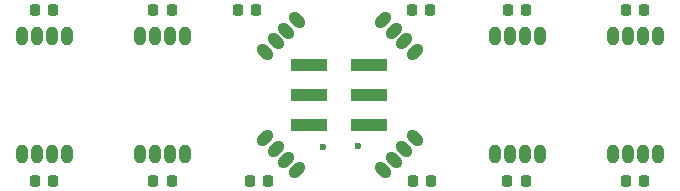
<source format=gbr>
G04 #@! TF.GenerationSoftware,KiCad,Pcbnew,8.0.6*
G04 #@! TF.CreationDate,2025-06-14T18:55:48+01:00*
G04 #@! TF.ProjectId,led-matrix,6c65642d-6d61-4747-9269-782e6b696361,rev?*
G04 #@! TF.SameCoordinates,Original*
G04 #@! TF.FileFunction,Soldermask,Bot*
G04 #@! TF.FilePolarity,Negative*
%FSLAX46Y46*%
G04 Gerber Fmt 4.6, Leading zero omitted, Abs format (unit mm)*
G04 Created by KiCad (PCBNEW 8.0.6) date 2025-06-14 18:55:48*
%MOMM*%
%LPD*%
G01*
G04 APERTURE LIST*
G04 Aperture macros list*
%AMRoundRect*
0 Rectangle with rounded corners*
0 $1 Rounding radius*
0 $2 $3 $4 $5 $6 $7 $8 $9 X,Y pos of 4 corners*
0 Add a 4 corners polygon primitive as box body*
4,1,4,$2,$3,$4,$5,$6,$7,$8,$9,$2,$3,0*
0 Add four circle primitives for the rounded corners*
1,1,$1+$1,$2,$3*
1,1,$1+$1,$4,$5*
1,1,$1+$1,$6,$7*
1,1,$1+$1,$8,$9*
0 Add four rect primitives between the rounded corners*
20,1,$1+$1,$2,$3,$4,$5,0*
20,1,$1+$1,$4,$5,$6,$7,0*
20,1,$1+$1,$6,$7,$8,$9,0*
20,1,$1+$1,$8,$9,$2,$3,0*%
%AMHorizOval*
0 Thick line with rounded ends*
0 $1 width*
0 $2 $3 position (X,Y) of the first rounded end (center of the circle)*
0 $4 $5 position (X,Y) of the second rounded end (center of the circle)*
0 Add line between two ends*
20,1,$1,$2,$3,$4,$5,0*
0 Add two circle primitives to create the rounded ends*
1,1,$1,$2,$3*
1,1,$1,$4,$5*%
G04 Aperture macros list end*
%ADD10O,1.000000X1.600000*%
%ADD11HorizOval,1.000000X0.212132X0.212132X-0.212132X-0.212132X0*%
%ADD12HorizOval,1.000000X-0.212132X0.212132X0.212132X-0.212132X0*%
%ADD13RoundRect,0.225000X-0.225000X-0.250000X0.225000X-0.250000X0.225000X0.250000X-0.225000X0.250000X0*%
%ADD14R,3.150000X1.000000*%
%ADD15RoundRect,0.225000X0.225000X0.250000X-0.225000X0.250000X-0.225000X-0.250000X0.225000X-0.250000X0*%
%ADD16C,0.600000*%
G04 APERTURE END LIST*
D10*
X90310000Y-58500000D03*
X89040000Y-58500000D03*
X87770000Y-58500000D03*
X86500000Y-58500000D03*
D11*
X99752038Y-69847038D03*
X98854013Y-68949013D03*
X97955987Y-68050987D03*
X97057962Y-67152962D03*
D10*
X120310000Y-58500000D03*
X119040000Y-58500000D03*
X117770000Y-58500000D03*
X116500000Y-58500000D03*
X120310000Y-68500000D03*
X119040000Y-68500000D03*
X117770000Y-68500000D03*
X116500000Y-68500000D03*
D12*
X109752038Y-67152962D03*
X108854013Y-68050987D03*
X107955987Y-68949013D03*
X107057962Y-69847038D03*
D10*
X80310000Y-58500000D03*
X79040000Y-58500000D03*
X77770000Y-58500000D03*
X76500000Y-58500000D03*
X130310000Y-58500000D03*
X129040000Y-58500000D03*
X127770000Y-58500000D03*
X126500000Y-58500000D03*
X130310000Y-68500000D03*
X129040000Y-68500000D03*
X127770000Y-68500000D03*
X126500000Y-68500000D03*
X80310000Y-68500000D03*
X79040000Y-68500000D03*
X77770000Y-68500000D03*
X76500000Y-68500000D03*
X90310000Y-68500000D03*
X89040000Y-68500000D03*
X87770000Y-68500000D03*
X86500000Y-68500000D03*
D12*
X99752038Y-57152962D03*
X98854013Y-58050987D03*
X97955987Y-58949013D03*
X97057962Y-59847038D03*
D11*
X109752038Y-59847038D03*
X108854013Y-58949013D03*
X107955987Y-58050987D03*
X107057962Y-57152962D03*
D13*
X127605000Y-70750000D03*
X129155000Y-70750000D03*
X77580000Y-70750000D03*
X79130000Y-70750000D03*
X127605000Y-56250000D03*
X129155000Y-56250000D03*
D14*
X100830000Y-65997189D03*
X105880000Y-65997189D03*
X100830000Y-63457189D03*
X105880000Y-63457189D03*
X100830000Y-60917189D03*
X105880000Y-60917189D03*
D13*
X87605000Y-70750000D03*
X89155000Y-70750000D03*
X109500000Y-56300000D03*
X111050000Y-56300000D03*
X77605000Y-56250000D03*
X79155000Y-56250000D03*
X87605000Y-56250000D03*
X89155000Y-56250000D03*
X117605000Y-56250000D03*
X119155000Y-56250000D03*
D15*
X97325000Y-70750000D03*
X95775000Y-70750000D03*
D13*
X109575000Y-70750000D03*
X111125000Y-70750000D03*
D15*
X96325000Y-56250000D03*
X94775000Y-56250000D03*
D13*
X117580000Y-70750000D03*
X119130000Y-70750000D03*
D16*
X101950000Y-67850000D03*
X104950000Y-67800000D03*
M02*

</source>
